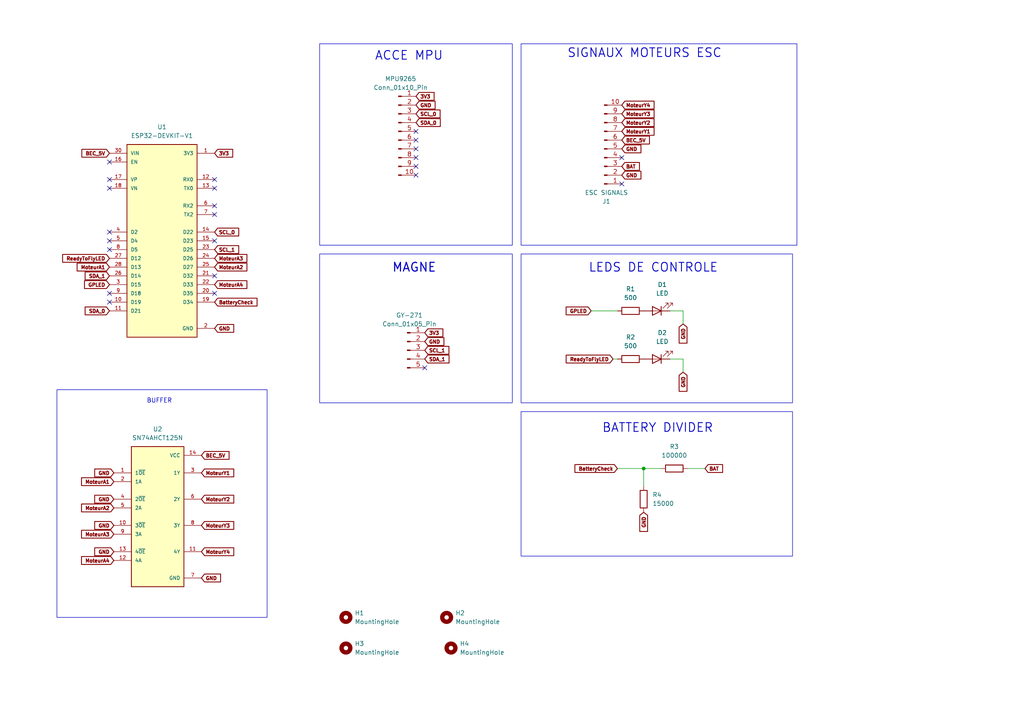
<source format=kicad_sch>
(kicad_sch (version 20250114) (generator "eeschema") (generator_version "9.0")
  (paper "A4")
  (lib_symbols
    (symbol "Connector:Conn_01x05_Pin" (pin_names (offset 1.016) (hide yes))
      (property "Reference" "J" (at 0 7.62 0))
      (property "Value" "Conn_01x05_Pin" (at 0 -7.62 0))
      (symbol "Conn_01x05_Pin_1_1"
        (rectangle (start 0.8636 5.207) (end 0 4.953) (stroke (width 0.1524)) (fill (type outline)))
        (rectangle (start 0.8636 2.667) (end 0 2.413) (stroke (width 0.1524)) (fill (type outline)))
        (rectangle (start 0.8636 0.127) (end 0 -0.127) (stroke (width 0.1524)) (fill (type outline)))
        (rectangle (start 0.8636 -2.413) (end 0 -2.667) (stroke (width 0.1524)) (fill (type outline)))
        (rectangle (start 0.8636 -4.953) (end 0 -5.207) (stroke (width 0.1524)) (fill (type outline)))
        (polyline (pts (xy 1.27 5.08) (xy 0.8636 5.08)) (stroke (width 0.1524)))
        (polyline (pts (xy 1.27 2.54) (xy 0.8636 2.54)) (stroke (width 0.1524)))
        (polyline (pts (xy 1.27 0) (xy 0.8636 0)) (stroke (width 0.1524)))
        (polyline (pts (xy 1.27 -2.54) (xy 0.8636 -2.54)) (stroke (width 0.1524)))
        (polyline (pts (xy 1.27 -5.08) (xy 0.8636 -5.08)) (stroke (width 0.1524)))
        (pin passive line (at 5.08 5.08 180) (length 3.81) (name "Pin_1") (number "1"))
        (pin passive line (at 5.08 2.54 180) (length 3.81) (name "Pin_2") (number "2"))
        (pin passive line (at 5.08 0 180) (length 3.81) (name "Pin_3") (number "3"))
        (pin passive line (at 5.08 -2.54 180) (length 3.81) (name "Pin_4") (number "4"))
        (pin passive line (at 5.08 -5.08 180) (length 3.81) (name "Pin_5") (number "5"))
      )
    )
    (symbol "Connector:Conn_01x10_Pin" (pin_names (offset 1.016) (hide yes))
      (property "Reference" "J" (at 0 12.7 0))
      (property "Value" "Conn_01x10_Pin" (at 0 -15.24 0))
      (symbol "Conn_01x10_Pin_1_1"
        (rectangle (start 0.8636 10.287) (end 0 10.033) (stroke (width 0.1524)) (fill (type outline)))
        (rectangle (start 0.8636 7.747) (end 0 7.493) (stroke (width 0.1524)) (fill (type outline)))
        (rectangle (start 0.8636 5.207) (end 0 4.953) (stroke (width 0.1524)) (fill (type outline)))
        (rectangle (start 0.8636 2.667) (end 0 2.413) (stroke (width 0.1524)) (fill (type outline)))
        (rectangle (start 0.8636 0.127) (end 0 -0.127) (stroke (width 0.1524)) (fill (type outline)))
        (rectangle (start 0.8636 -2.413) (end 0 -2.667) (stroke (width 0.1524)) (fill (type outline)))
        (rectangle (start 0.8636 -4.953) (end 0 -5.207) (stroke (width 0.1524)) (fill (type outline)))
        (rectangle (start 0.8636 -7.493) (end 0 -7.747) (stroke (width 0.1524)) (fill (type outline)))
        (rectangle (start 0.8636 -10.033) (end 0 -10.287) (stroke (width 0.1524)) (fill (type outline)))
        (rectangle (start 0.8636 -12.573) (end 0 -12.827) (stroke (width 0.1524)) (fill (type outline)))
        (polyline (pts (xy 1.27 10.16) (xy 0.8636 10.16)) (stroke (width 0.1524)))
        (polyline (pts (xy 1.27 7.62) (xy 0.8636 7.62)) (stroke (width 0.1524)))
        (polyline (pts (xy 1.27 5.08) (xy 0.8636 5.08)) (stroke (width 0.1524)))
        (polyline (pts (xy 1.27 2.54) (xy 0.8636 2.54)) (stroke (width 0.1524)))
        (polyline (pts (xy 1.27 0) (xy 0.8636 0)) (stroke (width 0.1524)))
        (polyline (pts (xy 1.27 -2.54) (xy 0.8636 -2.54)) (stroke (width 0.1524)))
        (polyline (pts (xy 1.27 -5.08) (xy 0.8636 -5.08)) (stroke (width 0.1524)))
        (polyline (pts (xy 1.27 -7.62) (xy 0.8636 -7.62)) (stroke (width 0.1524)))
        (polyline (pts (xy 1.27 -10.16) (xy 0.8636 -10.16)) (stroke (width 0.1524)))
        (polyline (pts (xy 1.27 -12.7) (xy 0.8636 -12.7)) (stroke (width 0.1524)))
        (pin passive line (at 5.08 10.16 180) (length 3.81) (name "Pin_1") (number "1"))
        (pin passive line (at 5.08 7.62 180) (length 3.81) (name "Pin_2") (number "2"))
        (pin passive line (at 5.08 5.08 180) (length 3.81) (name "Pin_3") (number "3"))
        (pin passive line (at 5.08 2.54 180) (length 3.81) (name "Pin_4") (number "4"))
        (pin passive line (at 5.08 0 180) (length 3.81) (name "Pin_5") (number "5"))
        (pin passive line (at 5.08 -2.54 180) (length 3.81) (name "Pin_6") (number "6"))
        (pin passive line (at 5.08 -5.08 180) (length 3.81) (name "Pin_7") (number "7"))
        (pin passive line (at 5.08 -7.62 180) (length 3.81) (name "Pin_8") (number "8"))
        (pin passive line (at 5.08 -10.16 180) (length 3.81) (name "Pin_9") (number "9"))
        (pin passive line (at 5.08 -12.7 180) (length 3.81) (name "Pin_10") (number "10"))
      )
    )
    (symbol "Device:LED" (pin_numbers (hide yes)) (pin_names (offset 1.016) (hide yes))
      (property "Reference" "D" (at 0 2.54 0))
      (property "Value" "LED" (at 0 -2.54 0))
      (symbol "LED_0_1"
        (polyline (pts (xy -3.048 -0.762) (xy -4.572 -2.286) (xy -3.81 -2.286) (xy -4.572 -2.286) (xy -4.572 -1.524)))
        (polyline (pts (xy -1.778 -0.762) (xy -3.302 -2.286) (xy -2.54 -2.286) (xy -3.302 -2.286) (xy -3.302 -1.524)))
        (polyline (pts (xy -1.27 0) (xy 1.27 0)))
        (polyline (pts (xy -1.27 -1.27) (xy -1.27 1.27)) (stroke (width 0.254)))
        (polyline (pts (xy 1.27 -1.27) (xy 1.27 1.27) (xy -1.27 0) (xy 1.27 -1.27)) (stroke (width 0.254)))
      )
      (symbol "LED_1_1"
        (pin passive line (at -3.81 0 0) (length 2.54) (name "K") (number "1"))
        (pin passive line (at 3.81 0 180) (length 2.54) (name "A") (number "2"))
      )
    )
    (symbol "Device:R" (pin_numbers (hide yes)) (pin_names (offset 0))
      (property "Reference" "R" (at 2.032 0 90))
      (property "Value" "R" (at 0 0 90))
      (symbol "R_0_1"
        (rectangle (start -1.016 -2.54) (end 1.016 2.54) (stroke (width 0.254)))
      )
      (symbol "R_1_1"
        (pin passive line (at 0 3.81 270) (length 1.27) (name "~") (number "1"))
        (pin passive line (at 0 -3.81 90) (length 1.27) (name "~") (number "2"))
      )
    )
    (symbol "ESP32-DEVKIT-V1:ESP32-DEVKIT-V1" (pin_names (offset 1.016))
      (property "Reference" "U" (at -10.16 30.48 0))
      (property "Value" "ESP32-DEVKIT-V1" (at -10.16 -30.48 0))
      (symbol "ESP32-DEVKIT-V1_0_0"
        (rectangle (start -10.16 -27.94) (end 10.16 27.94) (stroke (width 0.254)) (fill (type background)))
        (pin input line (at -15.24 25.4 0) (length 5.08) (name "VIN") (number "30"))
        (pin input line (at -15.24 22.86 0) (length 5.08) (name "EN") (number "16"))
        (pin bidirectional line (at -15.24 17.78 0) (length 5.08) (name "VP") (number "17"))
        (pin bidirectional line (at -15.24 15.24 0) (length 5.08) (name "VN") (number "18"))
        (pin bidirectional line (at -15.24 2.54 0) (length 5.08) (name "D2") (number "4"))
        (pin bidirectional line (at -15.24 0 0) (length 5.08) (name "D4") (number "5"))
        (pin bidirectional line (at -15.24 -2.54 0) (length 5.08) (name "D5") (number "8"))
        (pin bidirectional line (at -15.24 -5.08 0) (length 5.08) (name "D12") (number "27"))
        (pin bidirectional line (at -15.24 -7.62 0) (length 5.08) (name "D13") (number "28"))
        (pin bidirectional line (at -15.24 -10.16 0) (length 5.08) (name "D14") (number "26"))
        (pin bidirectional line (at -15.24 -12.7 0) (length 5.08) (name "D15") (number "3"))
        (pin bidirectional line (at -15.24 -15.24 0) (length 5.08) (name "D18") (number "9"))
        (pin bidirectional line (at -15.24 -17.78 0) (length 5.08) (name "D19") (number "10"))
        (pin bidirectional line (at -15.24 -20.32 0) (length 5.08) (name "D21") (number "11"))
        (pin output line (at 15.24 25.4 180) (length 5.08) (name "3V3") (number "1"))
        (pin input line (at 15.24 17.78 180) (length 5.08) (name "RX0") (number "12"))
        (pin output line (at 15.24 15.24 180) (length 5.08) (name "TX0") (number "13"))
        (pin input line (at 15.24 10.16 180) (length 5.08) (name "RX2") (number "6"))
        (pin output line (at 15.24 7.62 180) (length 5.08) (name "TX2") (number "7"))
        (pin bidirectional line (at 15.24 2.54 180) (length 5.08) (name "D22") (number "14"))
        (pin bidirectional line (at 15.24 0 180) (length 5.08) (name "D23") (number "15"))
        (pin bidirectional line (at 15.24 -2.54 180) (length 5.08) (name "D25") (number "23"))
        (pin bidirectional line (at 15.24 -5.08 180) (length 5.08) (name "D26") (number "24"))
        (pin bidirectional line (at 15.24 -7.62 180) (length 5.08) (name "D27") (number "25"))
        (pin bidirectional line (at 15.24 -10.16 180) (length 5.08) (name "D32") (number "21"))
        (pin bidirectional line (at 15.24 -12.7 180) (length 5.08) (name "D33") (number "22"))
        (pin bidirectional line (at 15.24 -15.24 180) (length 5.08) (name "D35") (number "20"))
        (pin bidirectional line (at 15.24 -17.78 180) (length 5.08) (name "D34") (number "19"))
        (pin power_in line (at 15.24 -25.4 180) (length 5.08) (name "GND") (number "2"))
        (pin power_in line (at 15.24 -25.4 180) (length 5.08) (hide yes) (name "GND") (number "29"))
      )
    )
    (symbol "Mechanical:MountingHole" (pin_names (offset 1.016)) (in_bom no)
      (property "Reference" "H" (at 0 5.08 0))
      (property "Value" "MountingHole" (at 0 3.175 0))
      (symbol "MountingHole_0_1"
        (circle (center 0 0) (radius 1.27) (stroke (width 1.27)))
      )
    )
    (symbol "SN74AHCT125N:SN74AHCT125N" (pin_names (offset 1.016))
      (property "Reference" "U" (at -7.62 21.082 0))
      (property "Value" "SN74AHCT125N" (at -7.62 -22.86 0))
      (symbol "SN74AHCT125N_0_0"
        (rectangle (start -7.62 -20.32) (end 7.62 20.32) (stroke (width 0.254)) (fill (type background)))
        (pin input line (at -12.7 12.7 0) (length 5.08) (name "1~{OE}") (number "1"))
        (pin input line (at -12.7 10.16 0) (length 5.08) (name "1A") (number "2"))
        (pin input line (at -12.7 5.08 0) (length 5.08) (name "2~{OE}") (number "4"))
        (pin input line (at -12.7 2.54 0) (length 5.08) (name "2A") (number "5"))
        (pin input line (at -12.7 -2.54 0) (length 5.08) (name "3~{OE}") (number "10"))
        (pin input line (at -12.7 -5.08 0) (length 5.08) (name "3A") (number "9"))
        (pin input line (at -12.7 -10.16 0) (length 5.08) (name "4~{OE}") (number "13"))
        (pin input line (at -12.7 -12.7 0) (length 5.08) (name "4A") (number "12"))
        (pin power_in line (at 12.7 17.78 180) (length 5.08) (name "VCC") (number "14"))
        (pin output line (at 12.7 12.7 180) (length 5.08) (name "1Y") (number "3"))
        (pin output line (at 12.7 5.08 180) (length 5.08) (name "2Y") (number "6"))
        (pin output line (at 12.7 -2.54 180) (length 5.08) (name "3Y") (number "8"))
        (pin output line (at 12.7 -10.16 180) (length 5.08) (name "4Y") (number "11"))
        (pin power_in line (at 12.7 -17.78 180) (length 5.08) (name "GND") (number "7"))
      )
    )
  )
  (rectangle (start 151.13 12.7) (end 231.14 71.12))
  (rectangle (start 92.71 73.66) (end 148.59 116.84))
  (rectangle (start 92.71 12.7) (end 148.59 71.12))
  (rectangle (start 151.13 119.38) (end 229.87 161.29))
  (rectangle (start 151.13 73.66) (end 229.87 116.84))
  (text "ACCE MPU" (at 118.618 16.256 0) (effects (font (size 2.54 2.54) (thickness 0.254) (bold yes))))
  (text "MAGNE" (at 120.142 77.724 0) (effects (font (size 2.54 2.54) (thickness 0.3175))))
  (text "BUFFER\n" (at 46.228 116.332 0) (effects (font (size 1.27 1.27))))
  (text "BATTERY DIVIDER" (at 190.754 124.206 0) (effects (font (size 2.54 2.54) (thickness 0.254) (bold yes))))
  (text "LEDS DE CONTROLE" (at 189.484 77.724 0) (effects (font (size 2.54 2.54) (thickness 0.254) (bold yes))))
  (text "SIGNAUX MOTEURS ESC" (at 186.944 15.494 0) (effects (font (size 2.54 2.54) (thickness 0.254) (bold yes))))
  (text_box "" (at 16.51 113.03 0) (size 60.96 66.04) (margins 0.9525 0.9525 0.9525 0.9525) (effects (font (size 1.27 1.27)) (justify left top)))
  (junction (at 186.69 135.89))
  (no_connect (at 31.75 54.61))
  (no_connect (at 31.75 69.85))
  (no_connect (at 62.23 80.01))
  (no_connect (at 120.65 48.26))
  (no_connect (at 62.23 85.09))
  (no_connect (at 62.23 59.69))
  (no_connect (at 31.75 67.31))
  (no_connect (at 31.75 85.09))
  (no_connect (at 31.75 72.39))
  (no_connect (at 62.23 54.61))
  (no_connect (at 31.75 46.99))
  (no_connect (at 31.75 52.07))
  (no_connect (at 62.23 69.85))
  (no_connect (at 120.65 50.8))
  (no_connect (at 120.65 38.1))
  (no_connect (at 120.65 40.64))
  (no_connect (at 123.19 106.68))
  (no_connect (at 62.23 52.07))
  (no_connect (at 120.65 43.18))
  (no_connect (at 180.34 53.34))
  (no_connect (at 180.34 45.72))
  (no_connect (at 62.23 62.23))
  (no_connect (at 31.75 87.63))
  (no_connect (at 120.65 45.72))
  (wire (pts (xy 194.31 104.14) (xy 198.12 104.14)))
  (wire (pts (xy 171.45 90.17) (xy 179.07 90.17)))
  (wire (pts (xy 199.39 135.89) (xy 204.47 135.89)))
  (wire (pts (xy 198.12 90.17) (xy 198.12 93.98)))
  (wire (pts (xy 194.31 90.17) (xy 198.12 90.17)))
  (wire (pts (xy 179.07 135.89) (xy 186.69 135.89)))
  (wire (pts (xy 186.69 135.89) (xy 186.69 140.97)))
  (wire (pts (xy 191.77 135.89) (xy 186.69 135.89)))
  (wire (pts (xy 177.8 104.14) (xy 179.07 104.14)))
  (wire (pts (xy 198.12 104.14) (xy 198.12 107.95)))
  (global_label "BEC_5V" (shape input) (at 180.34 40.64 0) (effects (font (size 1.016 1.016) (thickness 0.254) (bold yes))) (property "Intersheetrefs" "${INTERSHEET_REFS}" (effects (hide yes))))
  (global_label "GND" (shape input) (at 33.02 144.78 180) (effects (font (size 1.016 1.016) (thickness 0.254) (bold yes))) (property "Intersheetrefs" "${INTERSHEET_REFS}" (effects (hide yes))))
  (global_label "BAT" (shape input) (at 180.34 48.26 0) (effects (font (size 1.016 1.016) (thickness 0.254) (bold yes))) (property "Intersheetrefs" "${INTERSHEET_REFS}" (effects (hide yes))))
  (global_label "MoteurA3" (shape input) (at 62.23 74.93 0) (effects (font (size 1.016 1.016) (thickness 0.254) (bold yes))) (property "Intersheetrefs" "${INTERSHEET_REFS}" (effects (hide yes))))
  (global_label "SCL_0" (shape input) (at 120.65 33.02 0) (effects (font (size 1.016 1.016) (thickness 0.254) (bold yes))) (property "Intersheetrefs" "${INTERSHEET_REFS}" (effects (hide yes))))
  (global_label "GND" (shape input) (at 180.34 43.18 0) (effects (font (size 1.016 1.016) (thickness 0.254) (bold yes))) (property "Intersheetrefs" "${INTERSHEET_REFS}" (effects (hide yes))))
  (global_label "GND" (shape input) (at 123.19 99.06 0) (effects (font (size 1.016 1.016) (thickness 0.254) (bold yes))) (property "Intersheetrefs" "${INTERSHEET_REFS}" (effects (hide yes))))
  (global_label "SCL_1" (shape input) (at 62.23 72.39 0) (effects (font (size 1.016 1.016) (thickness 0.254) (bold yes))) (property "Intersheetrefs" "${INTERSHEET_REFS}" (effects (hide yes))))
  (global_label "SDA_0" (shape input) (at 120.65 35.56 0) (effects (font (size 1.016 1.016) (thickness 0.254) (bold yes))) (property "Intersheetrefs" "${INTERSHEET_REFS}" (effects (hide yes))))
  (global_label "MoteurY1" (shape input) (at 58.42 137.16 0) (effects (font (size 1.016 1.016) (thickness 0.254) (bold yes))) (property "Intersheetrefs" "${INTERSHEET_REFS}" (effects (hide yes))))
  (global_label "MoteurY3" (shape input) (at 58.42 152.4 0) (effects (font (size 1.016 1.016) (thickness 0.254) (bold yes))) (property "Intersheetrefs" "${INTERSHEET_REFS}" (effects (hide yes))))
  (global_label "BEC_5V" (shape input) (at 31.75 44.45 180) (effects (font (size 1.016 1.016) (thickness 0.254) (bold yes))) (property "Intersheetrefs" "${INTERSHEET_REFS}" (effects (hide yes))))
  (global_label "GND" (shape input) (at 186.69 148.59 270) (effects (font (size 1.016 1.016) (thickness 0.254) (bold yes))) (property "Intersheetrefs" "${INTERSHEET_REFS}" (effects (hide yes))))
  (global_label "ReadyToFlyLED" (shape input) (at 177.8 104.14 180) (effects (font (size 1.016 1.016) (thickness 0.254) (bold yes))) (property "Intersheetrefs" "${INTERSHEET_REFS}" (effects (hide yes))))
  (global_label "MoteurY3" (shape input) (at 180.34 33.02 0) (effects (font (size 1.016 1.016) (thickness 0.254) (bold yes))) (property "Intersheetrefs" "${INTERSHEET_REFS}" (effects (hide yes))))
  (global_label "BAT" (shape input) (at 204.47 135.89 0) (effects (font (size 1.016 1.016) (thickness 0.254) (bold yes))) (property "Intersheetrefs" "${INTERSHEET_REFS}" (effects (hide yes))))
  (global_label "SCL_1" (shape input) (at 123.19 101.6 0) (effects (font (size 1.016 1.016) (thickness 0.254) (bold yes))) (property "Intersheetrefs" "${INTERSHEET_REFS}" (effects (hide yes))))
  (global_label "GPLED" (shape input) (at 31.75 82.55 180) (effects (font (size 1.016 1.016) (thickness 0.254) (bold yes))) (property "Intersheetrefs" "${INTERSHEET_REFS}" (effects (hide yes))))
  (global_label "MoteurA2" (shape input) (at 62.23 77.47 0) (effects (font (size 1.016 1.016) (thickness 0.254) (bold yes))) (property "Intersheetrefs" "${INTERSHEET_REFS}" (effects (hide yes))))
  (global_label "GPLED" (shape input) (at 171.45 90.17 180) (effects (font (size 1.016 1.016) (thickness 0.254) (bold yes))) (property "Intersheetrefs" "${INTERSHEET_REFS}" (effects (hide yes))))
  (global_label "GND" (shape input) (at 33.02 160.02 180) (effects (font (size 1.016 1.016) (thickness 0.254) (bold yes))) (property "Intersheetrefs" "${INTERSHEET_REFS}" (effects (hide yes))))
  (global_label "GND" (shape input) (at 180.34 50.8 0) (effects (font (size 1.016 1.016) (thickness 0.254) (bold yes))) (property "Intersheetrefs" "${INTERSHEET_REFS}" (effects (hide yes))))
  (global_label "MoteurY4" (shape input) (at 180.34 30.48 0) (effects (font (size 1.016 1.016) (thickness 0.254) (bold yes))) (property "Intersheetrefs" "${INTERSHEET_REFS}" (effects (hide yes))))
  (global_label "MoteurY4" (shape input) (at 58.42 160.02 0) (effects (font (size 1.016 1.016) (thickness 0.254) (bold yes))) (property "Intersheetrefs" "${INTERSHEET_REFS}" (effects (hide yes))))
  (global_label "MoteurY2" (shape input) (at 58.42 144.78 0) (effects (font (size 1.016 1.016) (thickness 0.254) (bold yes))) (property "Intersheetrefs" "${INTERSHEET_REFS}" (effects (hide yes))))
  (global_label "SDA_0" (shape input) (at 31.75 90.17 180) (effects (font (size 1.016 1.016) (thickness 0.254) (bold yes))) (property "Intersheetrefs" "${INTERSHEET_REFS}" (effects (hide yes))))
  (global_label "GND" (shape input) (at 58.42 167.64 0) (effects (font (size 1.016 1.016) (thickness 0.254) (bold yes))) (property "Intersheetrefs" "${INTERSHEET_REFS}" (effects (hide yes))))
  (global_label "MoteurA1" (shape input) (at 33.02 139.7 180) (effects (font (size 1.016 1.016) (thickness 0.254) (bold yes))) (property "Intersheetrefs" "${INTERSHEET_REFS}" (effects (hide yes))))
  (global_label "3V3" (shape input) (at 120.65 27.94 0) (effects (font (size 1.016 1.016) (thickness 0.254) (bold yes))) (property "Intersheetrefs" "${INTERSHEET_REFS}" (effects (hide yes))))
  (global_label "MoteurY2" (shape input) (at 180.34 35.56 0) (effects (font (size 1.016 1.016) (thickness 0.254) (bold yes))) (property "Intersheetrefs" "${INTERSHEET_REFS}" (effects (hide yes))))
  (global_label "GND" (shape input) (at 198.12 93.98 270) (effects (font (size 1.016 1.016) (thickness 0.254) (bold yes))) (property "Intersheetrefs" "${INTERSHEET_REFS}" (effects (hide yes))))
  (global_label "SDA_1" (shape input) (at 31.75 80.01 180) (effects (font (size 1.016 1.016) (thickness 0.254) (bold yes))) (property "Intersheetrefs" "${INTERSHEET_REFS}" (effects (hide yes))))
  (global_label "3V3" (shape input) (at 62.23 44.45 0) (effects (font (size 1.016 1.016) (thickness 0.254) (bold yes))) (property "Intersheetrefs" "${INTERSHEET_REFS}" (effects (hide yes))))
  (global_label "MoteurA3" (shape input) (at 33.02 154.94 180) (effects (font (size 1.016 1.016) (thickness 0.254) (bold yes))) (property "Intersheetrefs" "${INTERSHEET_REFS}" (effects (hide yes))))
  (global_label "BatteryCheck" (shape input) (at 179.07 135.89 180) (effects (font (size 1.016 1.016) (thickness 0.254) (bold yes))) (property "Intersheetrefs" "${INTERSHEET_REFS}" (effects (hide yes))))
  (global_label "MoteurY1" (shape input) (at 180.34 38.1 0) (effects (font (size 1.016 1.016) (thickness 0.254) (bold yes))) (property "Intersheetrefs" "${INTERSHEET_REFS}" (effects (hide yes))))
  (global_label "GND" (shape input) (at 33.02 137.16 180) (effects (font (size 1.016 1.016) (thickness 0.254) (bold yes))) (property "Intersheetrefs" "${INTERSHEET_REFS}" (effects (hide yes))))
  (global_label "MoteurA1" (shape input) (at 31.75 77.47 180) (effects (font (size 1.016 1.016) (thickness 0.254) (bold yes))) (property "Intersheetrefs" "${INTERSHEET_REFS}" (effects (hide yes))))
  (global_label "MoteurA4" (shape input) (at 33.02 162.56 180) (effects (font (size 1.016 1.016) (thickness 0.254) (bold yes))) (property "Intersheetrefs" "${INTERSHEET_REFS}" (effects (hide yes))))
  (global_label "GND" (shape input) (at 62.23 95.25 0) (effects (font (size 1.016 1.016) (thickness 0.254) (bold yes))) (property "Intersheetrefs" "${INTERSHEET_REFS}" (effects (hide yes))))
  (global_label "MoteurA2" (shape input) (at 33.02 147.32 180) (effects (font (size 1.016 1.016) (thickness 0.254) (bold yes))) (property "Intersheetrefs" "${INTERSHEET_REFS}" (effects (hide yes))))
  (global_label "3V3" (shape input) (at 123.19 96.52 0) (effects (font (size 1.016 1.016) (thickness 0.254) (bold yes))) (property "Intersheetrefs" "${INTERSHEET_REFS}" (effects (hide yes))))
  (global_label "GND" (shape input) (at 198.12 107.95 270) (effects (font (size 1.016 1.016) (thickness 0.254) (bold yes))) (property "Intersheetrefs" "${INTERSHEET_REFS}" (effects (hide yes))))
  (global_label "ReadyToFlyLED" (shape input) (at 31.75 74.93 180) (effects (font (size 1.016 1.016) (thickness 0.254) (bold yes))) (property "Intersheetrefs" "${INTERSHEET_REFS}" (effects (hide yes))))
  (global_label "SCL_0" (shape input) (at 62.23 67.31 0) (effects (font (size 1.016 1.016) (thickness 0.254) (bold yes))) (property "Intersheetrefs" "${INTERSHEET_REFS}" (effects (hide yes))))
  (global_label "BatteryCheck" (shape input) (at 62.23 87.63 0) (effects (font (size 1.016 1.016) (thickness 0.254) (bold yes))) (property "Intersheetrefs" "${INTERSHEET_REFS}" (effects (hide yes))))
  (global_label "MoteurA4" (shape input) (at 62.23 82.55 0) (effects (font (size 1.016 1.016) (thickness 0.254) (bold yes))) (property "Intersheetrefs" "${INTERSHEET_REFS}" (effects (hide yes))))
  (global_label "BEC_5V" (shape input) (at 58.42 132.08 0) (effects (font (size 1.016 1.016) (thickness 0.254) (bold yes))) (property "Intersheetrefs" "${INTERSHEET_REFS}" (effects (hide yes))))
  (global_label "GND" (shape input) (at 120.65 30.48 0) (effects (font (size 1.016 1.016) (thickness 0.254) (bold yes))) (property "Intersheetrefs" "${INTERSHEET_REFS}" (effects (hide yes))))
  (global_label "SDA_1" (shape input) (at 123.19 104.14 0) (effects (font (size 1.016 1.016) (thickness 0.254) (bold yes))) (property "Intersheetrefs" "${INTERSHEET_REFS}" (effects (hide yes))))
  (global_label "GND" (shape input) (at 33.02 152.4 180) (effects (font (size 1.016 1.016) (thickness 0.254) (bold yes))) (property "Intersheetrefs" "${INTERSHEET_REFS}" (effects (hide yes))))
  (symbol (lib_id "Mechanical:MountingHole") (at 100.33 179.07 0) (unit 1) (in_bom no)
    (property "Reference" "H1" (at 102.87 177.7999 0) (effects (justify left)))
    (property "Value" "MountingHole" (at 102.87 180.3399 0) (effects (justify left)))
    (property "Footprint" "MountingHole:MountingHole_3.2mm_M3_Pad" (effects (hide yes)))
    (property "Description" "Mounting Hole without connection" (effects (hide yes)))
  )
  (symbol (lib_id "Connector:Conn_01x05_Pin") (at 118.11 101.6 0) (unit 1)
    (property "Reference" "GY-271" (at 118.745 91.44 0))
    (property "Value" "Conn_01x05_Pin" (at 118.745 93.98 0))
    (property "Footprint" "Connector_PinHeader_2.54mm:PinHeader_1x05_P2.54mm_Vertical" (effects (hide yes)))
    (property "Description" "Generic connector, single row, 01x05, script generated" (effects (hide yes)))
  )
  (symbol (lib_id "Device:R") (at 182.88 90.17 90) (unit 1)
    (property "Reference" "R1" (at 182.88 83.82 90))
    (property "Value" "500" (at 182.88 86.36 90))
    (property "Footprint" "Resistor_SMD:R_0603_1608Metric_Pad0.98x0.95mm_HandSolder" (effects (hide yes)))
    (property "Description" "Resistor" (effects (hide yes)))
  )
  (symbol (lib_id "Device:R") (at 182.88 104.14 90) (unit 1)
    (property "Reference" "R2" (at 182.88 97.79 90))
    (property "Value" "500" (at 182.88 100.33 90))
    (property "Footprint" "Resistor_SMD:R_0603_1608Metric_Pad0.98x0.95mm_HandSolder" (effects (hide yes)))
    (property "Description" "Resistor" (effects (hide yes)))
  )
  (symbol (lib_id "Device:LED") (at 190.5 90.17 180) (unit 1)
    (property "Reference" "D1" (at 192.0875 82.55 0))
    (property "Value" "LED" (at 192.0875 85.09 0))
    (property "Footprint" "LED_SMD:LED_0603_1608Metric_Pad1.05x0.95mm_HandSolder" (effects (hide yes)))
    (property "Description" "Light emitting diode" (effects (hide yes)))
    (property "Sim.Pins" "1=K 2=A" (effects (hide yes)))
  )
  (symbol (lib_id "Connector:Conn_01x10_Pin") (at 175.26 43.18 0) (mirror x) (unit 1)
    (property "Reference" "J1" (at 175.895 58.42 0))
    (property "Value" "ESC SIGNALS" (at 175.895 55.88 0))
    (property "Footprint" "Connector_JST:JST_SHL_SM10B-SHLS-TF_1x10-1MP_P1.00mm_Horizontal" (effects (hide yes)))
    (property "Description" "Generic connector, single row, 01x10, script generated" (effects (hide yes)))
  )
  (symbol (lib_id "Mechanical:MountingHole") (at 100.33 187.96 0) (unit 1) (in_bom no)
    (property "Reference" "H3" (at 102.87 186.6899 0) (effects (justify left)))
    (property "Value" "MountingHole" (at 102.87 189.2299 0) (effects (justify left)))
    (property "Footprint" "MountingHole:MountingHole_3.2mm_M3_Pad" (effects (hide yes)))
    (property "Description" "Mounting Hole without connection" (effects (hide yes)))
  )
  (symbol (lib_id "ESP32-DEVKIT-V1:ESP32-DEVKIT-V1") (at 46.99 69.85 0) (unit 1)
    (property "Reference" "U1" (at 46.99 36.83 0))
    (property "Value" "ESP32-DEVKIT-V1" (at 46.99 39.37 0))
    (property "Footprint" "Empreinte:MODULE_ESP32_DEVKIT_V1" (effects (hide yes)))
    (property "MF" "Do it" (effects (hide yes)))
    (property "MAXIMUM_PACKAGE_HEIGHT" "6.8 mm" (effects (hide yes)))
    (property "Package" "None" (effects (hide yes)))
    (property "Price" "None" (effects (hide yes)))
    (property "Check_prices" "https://www.snapeda.com/parts/ESP32-DEVKIT-V1/Do+it/view-part/?ref=eda" (effects (hide yes)))
    (property "STANDARD" "Manufacturer Recommendations" (effects (hide yes)))
    (property "PARTREV" "N/A" (effects (hide yes)))
    (property "SnapEDA_Link" "https://www.snapeda.com/parts/ESP32-DEVKIT-V1/Do+it/view-part/?ref=snap" (effects (hide yes)))
    (property "MP" "ESP32-DEVKIT-V1" (effects (hide yes)))
    (property "Description_1" "Dual core, Wi-Fi: 2.4 GHz up to 150 Mbits/s,BLE (Bluetooth Low Energy) and legacy Bluetooth, 32 bits, Up to 240 MHz" (effects (hide yes)))
    (property "Availability" "Not in stock" (effects (hide yes)))
    (property "MANUFACTURER" "DOIT" (effects (hide yes)))
  )
  (symbol (lib_id "Mechanical:MountingHole") (at 130.81 187.96 0) (unit 1) (in_bom no)
    (property "Reference" "H4" (at 133.35 186.6899 0) (effects (justify left)))
    (property "Value" "MountingHole" (at 133.35 189.2299 0) (effects (justify left)))
    (property "Footprint" "MountingHole:MountingHole_3.2mm_M3_Pad" (effects (hide yes)))
    (property "Description" "Mounting Hole without connection" (effects (hide yes)))
  )
  (symbol (lib_id "Device:LED") (at 190.5 104.14 180) (unit 1)
    (property "Reference" "D2" (at 192.0875 96.52 0))
    (property "Value" "LED" (at 192.0875 99.06 0))
    (property "Footprint" "LED_SMD:LED_0603_1608Metric_Pad1.05x0.95mm_HandSolder" (effects (hide yes)))
    (property "Description" "Light emitting diode" (effects (hide yes)))
    (property "Sim.Pins" "1=K 2=A" (effects (hide yes)))
  )
  (symbol (lib_id "Device:R") (at 186.69 144.78 180) (unit 1)
    (property "Reference" "R4" (at 189.23 143.5099 0) (effects (justify right)))
    (property "Value" "15000" (at 189.23 146.0499 0) (effects (justify right)))
    (property "Footprint" "Resistor_SMD:R_0603_1608Metric_Pad0.98x0.95mm_HandSolder" (effects (hide yes)))
    (property "Description" "Resistor" (effects (hide yes)))
  )
  (symbol (lib_id "Connector:Conn_01x10_Pin") (at 115.57 38.1 0) (unit 1)
    (property "Reference" "MPU9265" (at 116.205 22.86 0))
    (property "Value" "Conn_01x10_Pin" (at 116.205 25.4 0))
    (property "Footprint" "Connector_PinHeader_2.54mm:PinHeader_1x10_P2.54mm_Vertical" (effects (hide yes)))
    (property "Description" "Generic connector, single row, 01x10, script generated" (effects (hide yes)))
  )
  (symbol (lib_id "Device:R") (at 195.58 135.89 90) (unit 1)
    (property "Reference" "R3" (at 195.58 129.54 90))
    (property "Value" "100000" (at 195.58 132.08 90))
    (property "Footprint" "Resistor_SMD:R_0603_1608Metric_Pad0.98x0.95mm_HandSolder" (effects (hide yes)))
    (property "Description" "Resistor" (effects (hide yes)))
  )
  (symbol (lib_id "Mechanical:MountingHole") (at 129.54 179.07 0) (unit 1) (in_bom no)
    (property "Reference" "H2" (at 132.08 177.7999 0) (effects (justify left)))
    (property "Value" "MountingHole" (at 132.08 180.3399 0) (effects (justify left)))
    (property "Footprint" "MountingHole:MountingHole_3.2mm_M3_Pad" (effects (hide yes)))
    (property "Description" "Mounting Hole without connection" (effects (hide yes)))
  )
  (symbol (lib_id "SN74AHCT125N:SN74AHCT125N") (at 45.72 149.86 0) (unit 1)
    (property "Reference" "U2" (at 45.72 124.46 0))
    (property "Value" "SN74AHCT125N" (at 45.72 127 0))
    (property "Footprint" "SN74AHCT125N_FP:DIP794W45P254L1930H508Q14" (effects (hide yes)))
    (property "MF" "Texas Instruments" (effects (hide yes)))
    (property "MAXIMUM_PACKAGE_HEIGHT" "5.08mm" (effects (hide yes)))
    (property "Package" "PDIP-14 Texas Instruments" (effects (hide yes)))
    (property "Price" "None" (effects (hide yes)))
    (property "Check_prices" "https://www.snapeda.com/parts/SN74AHCT125N/Texas+Instruments/view-part/?ref=eda" (effects (hide yes)))
    (property "STANDARD" "Manufacturer Recommendations" (effects (hide yes)))
    (property "PARTREV" "Q" (effects (hide yes)))
    (property "SnapEDA_Link" "https://www.snapeda.com/parts/SN74AHCT125N/Texas+Instruments/view-part/?ref=snap" (effects (hide yes)))
    (property "MP" "SN74AHCT125N" (effects (hide yes)))
    (property "Description_1" "4-ch, 4.5-V to 5.5-V buffers with TTL-compatible CMOS inputs and 3-state outputs" (effects (hide yes)))
    (property "Availability" "In Stock" (effects (hide yes)))
    (property "MANUFACTURER" "Texas Instruments" (effects (hide yes)))
  )
)
</source>
